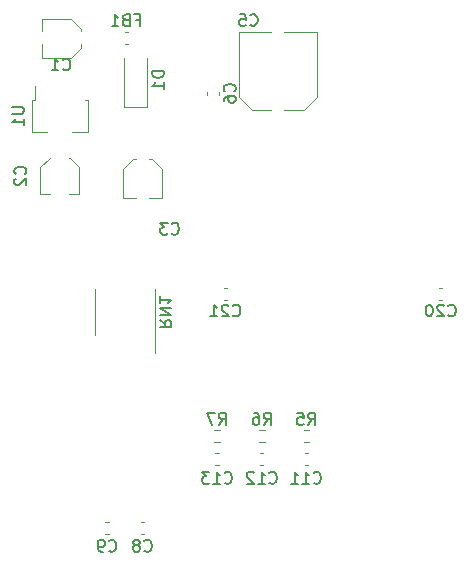
<source format=gbo>
G04 #@! TF.GenerationSoftware,KiCad,Pcbnew,(5.1.10)-1*
G04 #@! TF.CreationDate,2022-02-06T01:46:52+09:00*
G04 #@! TF.ProjectId,Power,506f7765-722e-46b6-9963-61645f706362,rev?*
G04 #@! TF.SameCoordinates,Original*
G04 #@! TF.FileFunction,Legend,Bot*
G04 #@! TF.FilePolarity,Positive*
%FSLAX46Y46*%
G04 Gerber Fmt 4.6, Leading zero omitted, Abs format (unit mm)*
G04 Created by KiCad (PCBNEW (5.1.10)-1) date 2022-02-06 01:46:52*
%MOMM*%
%LPD*%
G01*
G04 APERTURE LIST*
%ADD10C,0.120000*%
%ADD11C,0.150000*%
%ADD12C,1.000000*%
%ADD13R,1.000000X2.000000*%
%ADD14R,2.000000X1.000000*%
%ADD15C,1.200000*%
%ADD16R,1.600000X2.200000*%
%ADD17R,1.000000X3.000000*%
%ADD18R,1.220000X1.150000*%
%ADD19C,1.650000*%
%ADD20C,0.100000*%
%ADD21R,0.900000X1.300000*%
G04 APERTURE END LIST*
D10*
X-4850000Y9150000D02*
X-4850000Y11625000D01*
X-4850000Y11625000D02*
X-5675000Y12450000D01*
X-5675000Y12450000D02*
X-7325000Y12450000D01*
X-7325000Y12450000D02*
X-8150000Y11625000D01*
X-8150000Y11625000D02*
X-8150000Y9150000D01*
X-8150000Y9150000D02*
X-4850000Y9150000D01*
X-15050000Y21000000D02*
X-12575000Y21000000D01*
X-12575000Y21000000D02*
X-11750000Y21825000D01*
X-11750000Y21825000D02*
X-11750000Y23475000D01*
X-11750000Y23475000D02*
X-12575000Y24300000D01*
X-12575000Y24300000D02*
X-15050000Y24300000D01*
X-15050000Y24300000D02*
X-15050000Y21000000D01*
X-15150000Y11750000D02*
X-15150000Y9500000D01*
X-12675000Y12500000D02*
X-14325000Y12500000D01*
X-11850000Y11750000D02*
X-11850000Y9500000D01*
X-14325000Y12500000D02*
X-15150000Y11750000D01*
X-11850000Y11750000D02*
X-12675000Y12500000D01*
X-11850000Y9500000D02*
X-15150000Y9500000D01*
X1700000Y23200000D02*
X8300000Y23200000D01*
X8300000Y23200000D02*
X8300000Y17700000D01*
X8300000Y17700000D02*
X7200000Y16600000D01*
X7200000Y16600000D02*
X2800000Y16600000D01*
X2800000Y16600000D02*
X1700000Y17700000D01*
X1700000Y17700000D02*
X1700000Y23200000D01*
X10000Y17859420D02*
X10000Y18140580D01*
X-1010000Y17859420D02*
X-1010000Y18140580D01*
X-6359420Y-18290000D02*
X-6640580Y-18290000D01*
X-6359420Y-19310000D02*
X-6640580Y-19310000D01*
X-9640580Y-19310000D02*
X-9359420Y-19310000D01*
X-9640580Y-18290000D02*
X-9359420Y-18290000D01*
X7540580Y-12490000D02*
X7259420Y-12490000D01*
X7540580Y-13510000D02*
X7259420Y-13510000D01*
X3740580Y-12490000D02*
X3459420Y-12490000D01*
X3740580Y-13510000D02*
X3459420Y-13510000D01*
X-59420Y-12490000D02*
X-340580Y-12490000D01*
X-59420Y-13510000D02*
X-340580Y-13510000D01*
X18609420Y490000D02*
X18890580Y490000D01*
X18609420Y1510000D02*
X18890580Y1510000D01*
X359420Y490000D02*
X640580Y490000D01*
X359420Y1510000D02*
X640580Y1510000D01*
X-8100000Y16837500D02*
X-8100000Y21000000D01*
X-6100000Y16837500D02*
X-8100000Y16837500D01*
X-6100000Y21000000D02*
X-6100000Y16837500D01*
X-8012779Y22140000D02*
X-7687221Y22140000D01*
X-8012779Y23160000D02*
X-7687221Y23160000D01*
X7162742Y-11522500D02*
X7637258Y-11522500D01*
X7162742Y-10477500D02*
X7637258Y-10477500D01*
X3362742Y-11522500D02*
X3837258Y-11522500D01*
X3362742Y-10477500D02*
X3837258Y-10477500D01*
X-437258Y-11522500D02*
X37258Y-11522500D01*
X-437258Y-10477500D02*
X37258Y-10477500D01*
X-10560000Y-500000D02*
X-10560000Y1450000D01*
X-10560000Y-500000D02*
X-10560000Y-2450000D01*
X-5440000Y-500000D02*
X-5440000Y1450000D01*
X-5440000Y-500000D02*
X-5440000Y-3950000D01*
X-12450000Y14740000D02*
X-11140000Y14740000D01*
X-11140000Y14740000D02*
X-11140000Y17460000D01*
X-15630000Y18600000D02*
X-15630000Y17460000D01*
X-15860000Y14740000D02*
X-14550000Y14740000D01*
X-15860000Y17460000D02*
X-15860000Y14740000D01*
X-15860000Y17460000D02*
X-15630000Y17460000D01*
X-11140000Y17460000D02*
X-11370000Y17460000D01*
D11*
X-4033333Y6142857D02*
X-3985714Y6095238D01*
X-3842857Y6047619D01*
X-3747619Y6047619D01*
X-3604761Y6095238D01*
X-3509523Y6190476D01*
X-3461904Y6285714D01*
X-3414285Y6476190D01*
X-3414285Y6619047D01*
X-3461904Y6809523D01*
X-3509523Y6904761D01*
X-3604761Y7000000D01*
X-3747619Y7047619D01*
X-3842857Y7047619D01*
X-3985714Y7000000D01*
X-4033333Y6952380D01*
X-4366666Y7047619D02*
X-4985714Y7047619D01*
X-4652380Y6666666D01*
X-4795238Y6666666D01*
X-4890476Y6619047D01*
X-4938095Y6571428D01*
X-4985714Y6476190D01*
X-4985714Y6238095D01*
X-4938095Y6142857D01*
X-4890476Y6095238D01*
X-4795238Y6047619D01*
X-4509523Y6047619D01*
X-4414285Y6095238D01*
X-4366666Y6142857D01*
X-13233333Y20042857D02*
X-13185714Y19995238D01*
X-13042857Y19947619D01*
X-12947619Y19947619D01*
X-12804761Y19995238D01*
X-12709523Y20090476D01*
X-12661904Y20185714D01*
X-12614285Y20376190D01*
X-12614285Y20519047D01*
X-12661904Y20709523D01*
X-12709523Y20804761D01*
X-12804761Y20900000D01*
X-12947619Y20947619D01*
X-13042857Y20947619D01*
X-13185714Y20900000D01*
X-13233333Y20852380D01*
X-14185714Y19947619D02*
X-13614285Y19947619D01*
X-13900000Y19947619D02*
X-13900000Y20947619D01*
X-13804761Y20804761D01*
X-13709523Y20709523D01*
X-13614285Y20661904D01*
X-16442857Y11166666D02*
X-16395238Y11214285D01*
X-16347619Y11357142D01*
X-16347619Y11452380D01*
X-16395238Y11595238D01*
X-16490476Y11690476D01*
X-16585714Y11738095D01*
X-16776190Y11785714D01*
X-16919047Y11785714D01*
X-17109523Y11738095D01*
X-17204761Y11690476D01*
X-17300000Y11595238D01*
X-17347619Y11452380D01*
X-17347619Y11357142D01*
X-17300000Y11214285D01*
X-17252380Y11166666D01*
X-17252380Y10785714D02*
X-17300000Y10738095D01*
X-17347619Y10642857D01*
X-17347619Y10404761D01*
X-17300000Y10309523D01*
X-17252380Y10261904D01*
X-17157142Y10214285D01*
X-17061904Y10214285D01*
X-16919047Y10261904D01*
X-16347619Y10833333D01*
X-16347619Y10214285D01*
X2616666Y23792857D02*
X2664285Y23745238D01*
X2807142Y23697619D01*
X2902380Y23697619D01*
X3045238Y23745238D01*
X3140476Y23840476D01*
X3188095Y23935714D01*
X3235714Y24126190D01*
X3235714Y24269047D01*
X3188095Y24459523D01*
X3140476Y24554761D01*
X3045238Y24650000D01*
X2902380Y24697619D01*
X2807142Y24697619D01*
X2664285Y24650000D01*
X2616666Y24602380D01*
X1711904Y24697619D02*
X2188095Y24697619D01*
X2235714Y24221428D01*
X2188095Y24269047D01*
X2092857Y24316666D01*
X1854761Y24316666D01*
X1759523Y24269047D01*
X1711904Y24221428D01*
X1664285Y24126190D01*
X1664285Y23888095D01*
X1711904Y23792857D01*
X1759523Y23745238D01*
X1854761Y23697619D01*
X2092857Y23697619D01*
X2188095Y23745238D01*
X2235714Y23792857D01*
X1287142Y18166666D02*
X1334761Y18214285D01*
X1382380Y18357142D01*
X1382380Y18452380D01*
X1334761Y18595238D01*
X1239523Y18690476D01*
X1144285Y18738095D01*
X953809Y18785714D01*
X810952Y18785714D01*
X620476Y18738095D01*
X525238Y18690476D01*
X430000Y18595238D01*
X382380Y18452380D01*
X382380Y18357142D01*
X430000Y18214285D01*
X477619Y18166666D01*
X382380Y17309523D02*
X382380Y17500000D01*
X430000Y17595238D01*
X477619Y17642857D01*
X620476Y17738095D01*
X810952Y17785714D01*
X1191904Y17785714D01*
X1287142Y17738095D01*
X1334761Y17690476D01*
X1382380Y17595238D01*
X1382380Y17404761D01*
X1334761Y17309523D01*
X1287142Y17261904D01*
X1191904Y17214285D01*
X953809Y17214285D01*
X858571Y17261904D01*
X810952Y17309523D01*
X763333Y17404761D01*
X763333Y17595238D01*
X810952Y17690476D01*
X858571Y17738095D01*
X953809Y17785714D01*
X-6333333Y-20707142D02*
X-6285714Y-20754761D01*
X-6142857Y-20802380D01*
X-6047619Y-20802380D01*
X-5904761Y-20754761D01*
X-5809523Y-20659523D01*
X-5761904Y-20564285D01*
X-5714285Y-20373809D01*
X-5714285Y-20230952D01*
X-5761904Y-20040476D01*
X-5809523Y-19945238D01*
X-5904761Y-19850000D01*
X-6047619Y-19802380D01*
X-6142857Y-19802380D01*
X-6285714Y-19850000D01*
X-6333333Y-19897619D01*
X-6904761Y-20230952D02*
X-6809523Y-20183333D01*
X-6761904Y-20135714D01*
X-6714285Y-20040476D01*
X-6714285Y-19992857D01*
X-6761904Y-19897619D01*
X-6809523Y-19850000D01*
X-6904761Y-19802380D01*
X-7095238Y-19802380D01*
X-7190476Y-19850000D01*
X-7238095Y-19897619D01*
X-7285714Y-19992857D01*
X-7285714Y-20040476D01*
X-7238095Y-20135714D01*
X-7190476Y-20183333D01*
X-7095238Y-20230952D01*
X-6904761Y-20230952D01*
X-6809523Y-20278571D01*
X-6761904Y-20326190D01*
X-6714285Y-20421428D01*
X-6714285Y-20611904D01*
X-6761904Y-20707142D01*
X-6809523Y-20754761D01*
X-6904761Y-20802380D01*
X-7095238Y-20802380D01*
X-7190476Y-20754761D01*
X-7238095Y-20707142D01*
X-7285714Y-20611904D01*
X-7285714Y-20421428D01*
X-7238095Y-20326190D01*
X-7190476Y-20278571D01*
X-7095238Y-20230952D01*
X-9333333Y-20707142D02*
X-9285714Y-20754761D01*
X-9142857Y-20802380D01*
X-9047619Y-20802380D01*
X-8904761Y-20754761D01*
X-8809523Y-20659523D01*
X-8761904Y-20564285D01*
X-8714285Y-20373809D01*
X-8714285Y-20230952D01*
X-8761904Y-20040476D01*
X-8809523Y-19945238D01*
X-8904761Y-19850000D01*
X-9047619Y-19802380D01*
X-9142857Y-19802380D01*
X-9285714Y-19850000D01*
X-9333333Y-19897619D01*
X-9809523Y-20802380D02*
X-10000000Y-20802380D01*
X-10095238Y-20754761D01*
X-10142857Y-20707142D01*
X-10238095Y-20564285D01*
X-10285714Y-20373809D01*
X-10285714Y-19992857D01*
X-10238095Y-19897619D01*
X-10190476Y-19850000D01*
X-10095238Y-19802380D01*
X-9904761Y-19802380D01*
X-9809523Y-19850000D01*
X-9761904Y-19897619D01*
X-9714285Y-19992857D01*
X-9714285Y-20230952D01*
X-9761904Y-20326190D01*
X-9809523Y-20373809D01*
X-9904761Y-20421428D01*
X-10095238Y-20421428D01*
X-10190476Y-20373809D01*
X-10238095Y-20326190D01*
X-10285714Y-20230952D01*
X7992857Y-14957142D02*
X8040476Y-15004761D01*
X8183333Y-15052380D01*
X8278571Y-15052380D01*
X8421428Y-15004761D01*
X8516666Y-14909523D01*
X8564285Y-14814285D01*
X8611904Y-14623809D01*
X8611904Y-14480952D01*
X8564285Y-14290476D01*
X8516666Y-14195238D01*
X8421428Y-14100000D01*
X8278571Y-14052380D01*
X8183333Y-14052380D01*
X8040476Y-14100000D01*
X7992857Y-14147619D01*
X7040476Y-15052380D02*
X7611904Y-15052380D01*
X7326190Y-15052380D02*
X7326190Y-14052380D01*
X7421428Y-14195238D01*
X7516666Y-14290476D01*
X7611904Y-14338095D01*
X6088095Y-15052380D02*
X6659523Y-15052380D01*
X6373809Y-15052380D02*
X6373809Y-14052380D01*
X6469047Y-14195238D01*
X6564285Y-14290476D01*
X6659523Y-14338095D01*
X4242857Y-14957142D02*
X4290476Y-15004761D01*
X4433333Y-15052380D01*
X4528571Y-15052380D01*
X4671428Y-15004761D01*
X4766666Y-14909523D01*
X4814285Y-14814285D01*
X4861904Y-14623809D01*
X4861904Y-14480952D01*
X4814285Y-14290476D01*
X4766666Y-14195238D01*
X4671428Y-14100000D01*
X4528571Y-14052380D01*
X4433333Y-14052380D01*
X4290476Y-14100000D01*
X4242857Y-14147619D01*
X3290476Y-15052380D02*
X3861904Y-15052380D01*
X3576190Y-15052380D02*
X3576190Y-14052380D01*
X3671428Y-14195238D01*
X3766666Y-14290476D01*
X3861904Y-14338095D01*
X2909523Y-14147619D02*
X2861904Y-14100000D01*
X2766666Y-14052380D01*
X2528571Y-14052380D01*
X2433333Y-14100000D01*
X2385714Y-14147619D01*
X2338095Y-14242857D01*
X2338095Y-14338095D01*
X2385714Y-14480952D01*
X2957142Y-15052380D01*
X2338095Y-15052380D01*
X442857Y-14957142D02*
X490476Y-15004761D01*
X633333Y-15052380D01*
X728571Y-15052380D01*
X871428Y-15004761D01*
X966666Y-14909523D01*
X1014285Y-14814285D01*
X1061904Y-14623809D01*
X1061904Y-14480952D01*
X1014285Y-14290476D01*
X966666Y-14195238D01*
X871428Y-14100000D01*
X728571Y-14052380D01*
X633333Y-14052380D01*
X490476Y-14100000D01*
X442857Y-14147619D01*
X-509523Y-15052380D02*
X61904Y-15052380D01*
X-223809Y-15052380D02*
X-223809Y-14052380D01*
X-128571Y-14195238D01*
X-33333Y-14290476D01*
X61904Y-14338095D01*
X-842857Y-14052380D02*
X-1461904Y-14052380D01*
X-1128571Y-14433333D01*
X-1271428Y-14433333D01*
X-1366666Y-14480952D01*
X-1414285Y-14528571D01*
X-1461904Y-14623809D01*
X-1461904Y-14861904D01*
X-1414285Y-14957142D01*
X-1366666Y-15004761D01*
X-1271428Y-15052380D01*
X-985714Y-15052380D01*
X-890476Y-15004761D01*
X-842857Y-14957142D01*
X19392857Y-787142D02*
X19440476Y-834761D01*
X19583333Y-882380D01*
X19678571Y-882380D01*
X19821428Y-834761D01*
X19916666Y-739523D01*
X19964285Y-644285D01*
X20011904Y-453809D01*
X20011904Y-310952D01*
X19964285Y-120476D01*
X19916666Y-25238D01*
X19821428Y70000D01*
X19678571Y117619D01*
X19583333Y117619D01*
X19440476Y70000D01*
X19392857Y22380D01*
X19011904Y22380D02*
X18964285Y70000D01*
X18869047Y117619D01*
X18630952Y117619D01*
X18535714Y70000D01*
X18488095Y22380D01*
X18440476Y-72857D01*
X18440476Y-168095D01*
X18488095Y-310952D01*
X19059523Y-882380D01*
X18440476Y-882380D01*
X17821428Y117619D02*
X17726190Y117619D01*
X17630952Y70000D01*
X17583333Y22380D01*
X17535714Y-72857D01*
X17488095Y-263333D01*
X17488095Y-501428D01*
X17535714Y-691904D01*
X17583333Y-787142D01*
X17630952Y-834761D01*
X17726190Y-882380D01*
X17821428Y-882380D01*
X17916666Y-834761D01*
X17964285Y-787142D01*
X18011904Y-691904D01*
X18059523Y-501428D01*
X18059523Y-263333D01*
X18011904Y-72857D01*
X17964285Y22380D01*
X17916666Y70000D01*
X17821428Y117619D01*
X1142857Y-787142D02*
X1190476Y-834761D01*
X1333333Y-882380D01*
X1428571Y-882380D01*
X1571428Y-834761D01*
X1666666Y-739523D01*
X1714285Y-644285D01*
X1761904Y-453809D01*
X1761904Y-310952D01*
X1714285Y-120476D01*
X1666666Y-25238D01*
X1571428Y70000D01*
X1428571Y117619D01*
X1333333Y117619D01*
X1190476Y70000D01*
X1142857Y22380D01*
X761904Y22380D02*
X714285Y70000D01*
X619047Y117619D01*
X380952Y117619D01*
X285714Y70000D01*
X238095Y22380D01*
X190476Y-72857D01*
X190476Y-168095D01*
X238095Y-310952D01*
X809523Y-882380D01*
X190476Y-882380D01*
X-761904Y-882380D02*
X-190476Y-882380D01*
X-476190Y-882380D02*
X-476190Y117619D01*
X-380952Y-25238D01*
X-285714Y-120476D01*
X-190476Y-168095D01*
X-4697619Y19888095D02*
X-5697619Y19888095D01*
X-5697619Y19650000D01*
X-5650000Y19507142D01*
X-5554761Y19411904D01*
X-5459523Y19364285D01*
X-5269047Y19316666D01*
X-5126190Y19316666D01*
X-4935714Y19364285D01*
X-4840476Y19411904D01*
X-4745238Y19507142D01*
X-4697619Y19650000D01*
X-4697619Y19888095D01*
X-4697619Y18364285D02*
X-4697619Y18935714D01*
X-4697619Y18650000D02*
X-5697619Y18650000D01*
X-5554761Y18745238D01*
X-5459523Y18840476D01*
X-5411904Y18935714D01*
X-7066666Y24221428D02*
X-6733333Y24221428D01*
X-6733333Y23697619D02*
X-6733333Y24697619D01*
X-7209523Y24697619D01*
X-7923809Y24221428D02*
X-8066666Y24173809D01*
X-8114285Y24126190D01*
X-8161904Y24030952D01*
X-8161904Y23888095D01*
X-8114285Y23792857D01*
X-8066666Y23745238D01*
X-7971428Y23697619D01*
X-7590476Y23697619D01*
X-7590476Y24697619D01*
X-7923809Y24697619D01*
X-8019047Y24650000D01*
X-8066666Y24602380D01*
X-8114285Y24507142D01*
X-8114285Y24411904D01*
X-8066666Y24316666D01*
X-8019047Y24269047D01*
X-7923809Y24221428D01*
X-7590476Y24221428D01*
X-9114285Y23697619D02*
X-8542857Y23697619D01*
X-8828571Y23697619D02*
X-8828571Y24697619D01*
X-8733333Y24554761D01*
X-8638095Y24459523D01*
X-8542857Y24411904D01*
X7516666Y-10052380D02*
X7850000Y-9576190D01*
X8088095Y-10052380D02*
X8088095Y-9052380D01*
X7707142Y-9052380D01*
X7611904Y-9100000D01*
X7564285Y-9147619D01*
X7516666Y-9242857D01*
X7516666Y-9385714D01*
X7564285Y-9480952D01*
X7611904Y-9528571D01*
X7707142Y-9576190D01*
X8088095Y-9576190D01*
X6611904Y-9052380D02*
X7088095Y-9052380D01*
X7135714Y-9528571D01*
X7088095Y-9480952D01*
X6992857Y-9433333D01*
X6754761Y-9433333D01*
X6659523Y-9480952D01*
X6611904Y-9528571D01*
X6564285Y-9623809D01*
X6564285Y-9861904D01*
X6611904Y-9957142D01*
X6659523Y-10004761D01*
X6754761Y-10052380D01*
X6992857Y-10052380D01*
X7088095Y-10004761D01*
X7135714Y-9957142D01*
X3766666Y-10052380D02*
X4100000Y-9576190D01*
X4338095Y-10052380D02*
X4338095Y-9052380D01*
X3957142Y-9052380D01*
X3861904Y-9100000D01*
X3814285Y-9147619D01*
X3766666Y-9242857D01*
X3766666Y-9385714D01*
X3814285Y-9480952D01*
X3861904Y-9528571D01*
X3957142Y-9576190D01*
X4338095Y-9576190D01*
X2909523Y-9052380D02*
X3100000Y-9052380D01*
X3195238Y-9100000D01*
X3242857Y-9147619D01*
X3338095Y-9290476D01*
X3385714Y-9480952D01*
X3385714Y-9861904D01*
X3338095Y-9957142D01*
X3290476Y-10004761D01*
X3195238Y-10052380D01*
X3004761Y-10052380D01*
X2909523Y-10004761D01*
X2861904Y-9957142D01*
X2814285Y-9861904D01*
X2814285Y-9623809D01*
X2861904Y-9528571D01*
X2909523Y-9480952D01*
X3004761Y-9433333D01*
X3195238Y-9433333D01*
X3290476Y-9480952D01*
X3338095Y-9528571D01*
X3385714Y-9623809D01*
X-33333Y-10052380D02*
X300000Y-9576190D01*
X538095Y-10052380D02*
X538095Y-9052380D01*
X157142Y-9052380D01*
X61904Y-9100000D01*
X14285Y-9147619D01*
X-33333Y-9242857D01*
X-33333Y-9385714D01*
X14285Y-9480952D01*
X61904Y-9528571D01*
X157142Y-9576190D01*
X538095Y-9576190D01*
X-366666Y-9052380D02*
X-1033333Y-9052380D01*
X-604761Y-10052380D01*
X-5052380Y-1190476D02*
X-4576190Y-1523809D01*
X-5052380Y-1761904D02*
X-4052380Y-1761904D01*
X-4052380Y-1380952D01*
X-4100000Y-1285714D01*
X-4147619Y-1238095D01*
X-4242857Y-1190476D01*
X-4385714Y-1190476D01*
X-4480952Y-1238095D01*
X-4528571Y-1285714D01*
X-4576190Y-1380952D01*
X-4576190Y-1761904D01*
X-5052380Y-761904D02*
X-4052380Y-761904D01*
X-5052380Y-190476D01*
X-4052380Y-190476D01*
X-5052380Y809523D02*
X-5052380Y238095D01*
X-5052380Y523809D02*
X-4052380Y523809D01*
X-4195238Y428571D01*
X-4290476Y333333D01*
X-4338095Y238095D01*
X-17547619Y16861904D02*
X-16738095Y16861904D01*
X-16642857Y16814285D01*
X-16595238Y16766666D01*
X-16547619Y16671428D01*
X-16547619Y16480952D01*
X-16595238Y16385714D01*
X-16642857Y16338095D01*
X-16738095Y16290476D01*
X-17547619Y16290476D01*
X-16547619Y15290476D02*
X-16547619Y15861904D01*
X-16547619Y15576190D02*
X-17547619Y15576190D01*
X-17404761Y15671428D01*
X-17309523Y15766666D01*
X-17261904Y15861904D01*
%LPC*%
D12*
X19900000Y24600000D03*
X16900000Y24600000D03*
D13*
X-6500000Y12200000D03*
X-6500000Y9400000D03*
D14*
X-12000000Y22650000D03*
X-14800000Y22650000D03*
D15*
X30750000Y-3250000D03*
X30750000Y-750000D03*
D16*
X-13500000Y9500000D03*
X-13500000Y12500000D03*
D17*
X5000000Y22900000D03*
X5000000Y16900000D03*
G36*
G01*
X-250000Y18325000D02*
X-750000Y18325000D01*
G75*
G02*
X-975000Y18550000I0J225000D01*
G01*
X-975000Y19000000D01*
G75*
G02*
X-750000Y19225000I225000J0D01*
G01*
X-250000Y19225000D01*
G75*
G02*
X-25000Y19000000I0J-225000D01*
G01*
X-25000Y18550000D01*
G75*
G02*
X-250000Y18325000I-225000J0D01*
G01*
G37*
G36*
G01*
X-250000Y16775000D02*
X-750000Y16775000D01*
G75*
G02*
X-975000Y17000000I0J225000D01*
G01*
X-975000Y17450000D01*
G75*
G02*
X-750000Y17675000I225000J0D01*
G01*
X-250000Y17675000D01*
G75*
G02*
X-25000Y17450000I0J-225000D01*
G01*
X-25000Y17000000D01*
G75*
G02*
X-250000Y16775000I-225000J0D01*
G01*
G37*
G36*
G01*
X-6825000Y-18550000D02*
X-6825000Y-19050000D01*
G75*
G02*
X-7050000Y-19275000I-225000J0D01*
G01*
X-7500000Y-19275000D01*
G75*
G02*
X-7725000Y-19050000I0J225000D01*
G01*
X-7725000Y-18550000D01*
G75*
G02*
X-7500000Y-18325000I225000J0D01*
G01*
X-7050000Y-18325000D01*
G75*
G02*
X-6825000Y-18550000I0J-225000D01*
G01*
G37*
G36*
G01*
X-5275000Y-18550000D02*
X-5275000Y-19050000D01*
G75*
G02*
X-5500000Y-19275000I-225000J0D01*
G01*
X-5950000Y-19275000D01*
G75*
G02*
X-6175000Y-19050000I0J225000D01*
G01*
X-6175000Y-18550000D01*
G75*
G02*
X-5950000Y-18325000I225000J0D01*
G01*
X-5500000Y-18325000D01*
G75*
G02*
X-5275000Y-18550000I0J-225000D01*
G01*
G37*
G36*
G01*
X-9175000Y-19050000D02*
X-9175000Y-18550000D01*
G75*
G02*
X-8950000Y-18325000I225000J0D01*
G01*
X-8500000Y-18325000D01*
G75*
G02*
X-8275000Y-18550000I0J-225000D01*
G01*
X-8275000Y-19050000D01*
G75*
G02*
X-8500000Y-19275000I-225000J0D01*
G01*
X-8950000Y-19275000D01*
G75*
G02*
X-9175000Y-19050000I0J225000D01*
G01*
G37*
G36*
G01*
X-10725000Y-19050000D02*
X-10725000Y-18550000D01*
G75*
G02*
X-10500000Y-18325000I225000J0D01*
G01*
X-10050000Y-18325000D01*
G75*
G02*
X-9825000Y-18550000I0J-225000D01*
G01*
X-9825000Y-19050000D01*
G75*
G02*
X-10050000Y-19275000I-225000J0D01*
G01*
X-10500000Y-19275000D01*
G75*
G02*
X-10725000Y-19050000I0J225000D01*
G01*
G37*
G36*
G01*
X7075000Y-12750000D02*
X7075000Y-13250000D01*
G75*
G02*
X6850000Y-13475000I-225000J0D01*
G01*
X6400000Y-13475000D01*
G75*
G02*
X6175000Y-13250000I0J225000D01*
G01*
X6175000Y-12750000D01*
G75*
G02*
X6400000Y-12525000I225000J0D01*
G01*
X6850000Y-12525000D01*
G75*
G02*
X7075000Y-12750000I0J-225000D01*
G01*
G37*
G36*
G01*
X8625000Y-12750000D02*
X8625000Y-13250000D01*
G75*
G02*
X8400000Y-13475000I-225000J0D01*
G01*
X7950000Y-13475000D01*
G75*
G02*
X7725000Y-13250000I0J225000D01*
G01*
X7725000Y-12750000D01*
G75*
G02*
X7950000Y-12525000I225000J0D01*
G01*
X8400000Y-12525000D01*
G75*
G02*
X8625000Y-12750000I0J-225000D01*
G01*
G37*
G36*
G01*
X3275000Y-12750000D02*
X3275000Y-13250000D01*
G75*
G02*
X3050000Y-13475000I-225000J0D01*
G01*
X2600000Y-13475000D01*
G75*
G02*
X2375000Y-13250000I0J225000D01*
G01*
X2375000Y-12750000D01*
G75*
G02*
X2600000Y-12525000I225000J0D01*
G01*
X3050000Y-12525000D01*
G75*
G02*
X3275000Y-12750000I0J-225000D01*
G01*
G37*
G36*
G01*
X4825000Y-12750000D02*
X4825000Y-13250000D01*
G75*
G02*
X4600000Y-13475000I-225000J0D01*
G01*
X4150000Y-13475000D01*
G75*
G02*
X3925000Y-13250000I0J225000D01*
G01*
X3925000Y-12750000D01*
G75*
G02*
X4150000Y-12525000I225000J0D01*
G01*
X4600000Y-12525000D01*
G75*
G02*
X4825000Y-12750000I0J-225000D01*
G01*
G37*
G36*
G01*
X-525000Y-12750000D02*
X-525000Y-13250000D01*
G75*
G02*
X-750000Y-13475000I-225000J0D01*
G01*
X-1200000Y-13475000D01*
G75*
G02*
X-1425000Y-13250000I0J225000D01*
G01*
X-1425000Y-12750000D01*
G75*
G02*
X-1200000Y-12525000I225000J0D01*
G01*
X-750000Y-12525000D01*
G75*
G02*
X-525000Y-12750000I0J-225000D01*
G01*
G37*
G36*
G01*
X1025000Y-12750000D02*
X1025000Y-13250000D01*
G75*
G02*
X800000Y-13475000I-225000J0D01*
G01*
X350000Y-13475000D01*
G75*
G02*
X125000Y-13250000I0J225000D01*
G01*
X125000Y-12750000D01*
G75*
G02*
X350000Y-12525000I225000J0D01*
G01*
X800000Y-12525000D01*
G75*
G02*
X1025000Y-12750000I0J-225000D01*
G01*
G37*
G36*
G01*
X19075000Y750000D02*
X19075000Y1250000D01*
G75*
G02*
X19300000Y1475000I225000J0D01*
G01*
X19750000Y1475000D01*
G75*
G02*
X19975000Y1250000I0J-225000D01*
G01*
X19975000Y750000D01*
G75*
G02*
X19750000Y525000I-225000J0D01*
G01*
X19300000Y525000D01*
G75*
G02*
X19075000Y750000I0J225000D01*
G01*
G37*
G36*
G01*
X17525000Y750000D02*
X17525000Y1250000D01*
G75*
G02*
X17750000Y1475000I225000J0D01*
G01*
X18200000Y1475000D01*
G75*
G02*
X18425000Y1250000I0J-225000D01*
G01*
X18425000Y750000D01*
G75*
G02*
X18200000Y525000I-225000J0D01*
G01*
X17750000Y525000D01*
G75*
G02*
X17525000Y750000I0J225000D01*
G01*
G37*
G36*
G01*
X825000Y750000D02*
X825000Y1250000D01*
G75*
G02*
X1050000Y1475000I225000J0D01*
G01*
X1500000Y1475000D01*
G75*
G02*
X1725000Y1250000I0J-225000D01*
G01*
X1725000Y750000D01*
G75*
G02*
X1500000Y525000I-225000J0D01*
G01*
X1050000Y525000D01*
G75*
G02*
X825000Y750000I0J225000D01*
G01*
G37*
G36*
G01*
X-725000Y750000D02*
X-725000Y1250000D01*
G75*
G02*
X-500000Y1475000I225000J0D01*
G01*
X-50000Y1475000D01*
G75*
G02*
X175000Y1250000I0J-225000D01*
G01*
X175000Y750000D01*
G75*
G02*
X-50000Y525000I-225000J0D01*
G01*
X-500000Y525000D01*
G75*
G02*
X-725000Y750000I0J225000D01*
G01*
G37*
D18*
X-7100000Y17600000D03*
X-7100000Y20700000D03*
G36*
G01*
X-7500000Y22393750D02*
X-7500000Y22906250D01*
G75*
G02*
X-7281250Y23125000I218750J0D01*
G01*
X-6843750Y23125000D01*
G75*
G02*
X-6625000Y22906250I0J-218750D01*
G01*
X-6625000Y22393750D01*
G75*
G02*
X-6843750Y22175000I-218750J0D01*
G01*
X-7281250Y22175000D01*
G75*
G02*
X-7500000Y22393750I0J218750D01*
G01*
G37*
G36*
G01*
X-9075000Y22393750D02*
X-9075000Y22906250D01*
G75*
G02*
X-8856250Y23125000I218750J0D01*
G01*
X-8418750Y23125000D01*
G75*
G02*
X-8200000Y22906250I0J-218750D01*
G01*
X-8200000Y22393750D01*
G75*
G02*
X-8418750Y22175000I-218750J0D01*
G01*
X-8856250Y22175000D01*
G75*
G02*
X-9075000Y22393750I0J218750D01*
G01*
G37*
D19*
X27550000Y19800000D03*
X25050000Y19800000D03*
D15*
X-23400000Y15000000D03*
X-25900000Y15000000D03*
X-28400000Y15000000D03*
X12500000Y-3250000D03*
X12500000Y-750000D03*
G36*
G01*
X7825000Y-11275000D02*
X7825000Y-10725000D01*
G75*
G02*
X8025000Y-10525000I200000J0D01*
G01*
X8425000Y-10525000D01*
G75*
G02*
X8625000Y-10725000I0J-200000D01*
G01*
X8625000Y-11275000D01*
G75*
G02*
X8425000Y-11475000I-200000J0D01*
G01*
X8025000Y-11475000D01*
G75*
G02*
X7825000Y-11275000I0J200000D01*
G01*
G37*
G36*
G01*
X6175000Y-11275000D02*
X6175000Y-10725000D01*
G75*
G02*
X6375000Y-10525000I200000J0D01*
G01*
X6775000Y-10525000D01*
G75*
G02*
X6975000Y-10725000I0J-200000D01*
G01*
X6975000Y-11275000D01*
G75*
G02*
X6775000Y-11475000I-200000J0D01*
G01*
X6375000Y-11475000D01*
G75*
G02*
X6175000Y-11275000I0J200000D01*
G01*
G37*
G36*
G01*
X4025000Y-11275000D02*
X4025000Y-10725000D01*
G75*
G02*
X4225000Y-10525000I200000J0D01*
G01*
X4625000Y-10525000D01*
G75*
G02*
X4825000Y-10725000I0J-200000D01*
G01*
X4825000Y-11275000D01*
G75*
G02*
X4625000Y-11475000I-200000J0D01*
G01*
X4225000Y-11475000D01*
G75*
G02*
X4025000Y-11275000I0J200000D01*
G01*
G37*
G36*
G01*
X2375000Y-11275000D02*
X2375000Y-10725000D01*
G75*
G02*
X2575000Y-10525000I200000J0D01*
G01*
X2975000Y-10525000D01*
G75*
G02*
X3175000Y-10725000I0J-200000D01*
G01*
X3175000Y-11275000D01*
G75*
G02*
X2975000Y-11475000I-200000J0D01*
G01*
X2575000Y-11475000D01*
G75*
G02*
X2375000Y-11275000I0J200000D01*
G01*
G37*
G36*
G01*
X225000Y-11275000D02*
X225000Y-10725000D01*
G75*
G02*
X425000Y-10525000I200000J0D01*
G01*
X825000Y-10525000D01*
G75*
G02*
X1025000Y-10725000I0J-200000D01*
G01*
X1025000Y-11275000D01*
G75*
G02*
X825000Y-11475000I-200000J0D01*
G01*
X425000Y-11475000D01*
G75*
G02*
X225000Y-11275000I0J200000D01*
G01*
G37*
G36*
G01*
X-1425000Y-11275000D02*
X-1425000Y-10725000D01*
G75*
G02*
X-1225000Y-10525000I200000J0D01*
G01*
X-825000Y-10525000D01*
G75*
G02*
X-625000Y-10725000I0J-200000D01*
G01*
X-625000Y-11275000D01*
G75*
G02*
X-825000Y-11475000I-200000J0D01*
G01*
X-1225000Y-11475000D01*
G75*
G02*
X-1425000Y-11275000I0J200000D01*
G01*
G37*
G36*
G01*
X-5945000Y1000000D02*
X-6245000Y1000000D01*
G75*
G02*
X-6395000Y1150000I0J150000D01*
G01*
X-6395000Y2800000D01*
G75*
G02*
X-6245000Y2950000I150000J0D01*
G01*
X-5945000Y2950000D01*
G75*
G02*
X-5795000Y2800000I0J-150000D01*
G01*
X-5795000Y1150000D01*
G75*
G02*
X-5945000Y1000000I-150000J0D01*
G01*
G37*
G36*
G01*
X-7215000Y1000000D02*
X-7515000Y1000000D01*
G75*
G02*
X-7665000Y1150000I0J150000D01*
G01*
X-7665000Y2800000D01*
G75*
G02*
X-7515000Y2950000I150000J0D01*
G01*
X-7215000Y2950000D01*
G75*
G02*
X-7065000Y2800000I0J-150000D01*
G01*
X-7065000Y1150000D01*
G75*
G02*
X-7215000Y1000000I-150000J0D01*
G01*
G37*
G36*
G01*
X-8485000Y1000000D02*
X-8785000Y1000000D01*
G75*
G02*
X-8935000Y1150000I0J150000D01*
G01*
X-8935000Y2800000D01*
G75*
G02*
X-8785000Y2950000I150000J0D01*
G01*
X-8485000Y2950000D01*
G75*
G02*
X-8335000Y2800000I0J-150000D01*
G01*
X-8335000Y1150000D01*
G75*
G02*
X-8485000Y1000000I-150000J0D01*
G01*
G37*
G36*
G01*
X-9755000Y1000000D02*
X-10055000Y1000000D01*
G75*
G02*
X-10205000Y1150000I0J150000D01*
G01*
X-10205000Y2800000D01*
G75*
G02*
X-10055000Y2950000I150000J0D01*
G01*
X-9755000Y2950000D01*
G75*
G02*
X-9605000Y2800000I0J-150000D01*
G01*
X-9605000Y1150000D01*
G75*
G02*
X-9755000Y1000000I-150000J0D01*
G01*
G37*
G36*
G01*
X-9755000Y-3950000D02*
X-10055000Y-3950000D01*
G75*
G02*
X-10205000Y-3800000I0J150000D01*
G01*
X-10205000Y-2150000D01*
G75*
G02*
X-10055000Y-2000000I150000J0D01*
G01*
X-9755000Y-2000000D01*
G75*
G02*
X-9605000Y-2150000I0J-150000D01*
G01*
X-9605000Y-3800000D01*
G75*
G02*
X-9755000Y-3950000I-150000J0D01*
G01*
G37*
G36*
G01*
X-8485000Y-3950000D02*
X-8785000Y-3950000D01*
G75*
G02*
X-8935000Y-3800000I0J150000D01*
G01*
X-8935000Y-2150000D01*
G75*
G02*
X-8785000Y-2000000I150000J0D01*
G01*
X-8485000Y-2000000D01*
G75*
G02*
X-8335000Y-2150000I0J-150000D01*
G01*
X-8335000Y-3800000D01*
G75*
G02*
X-8485000Y-3950000I-150000J0D01*
G01*
G37*
G36*
G01*
X-7215000Y-3950000D02*
X-7515000Y-3950000D01*
G75*
G02*
X-7665000Y-3800000I0J150000D01*
G01*
X-7665000Y-2150000D01*
G75*
G02*
X-7515000Y-2000000I150000J0D01*
G01*
X-7215000Y-2000000D01*
G75*
G02*
X-7065000Y-2150000I0J-150000D01*
G01*
X-7065000Y-3800000D01*
G75*
G02*
X-7215000Y-3950000I-150000J0D01*
G01*
G37*
G36*
G01*
X-5945000Y-3950000D02*
X-6245000Y-3950000D01*
G75*
G02*
X-6395000Y-3800000I0J150000D01*
G01*
X-6395000Y-2150000D01*
G75*
G02*
X-6245000Y-2000000I150000J0D01*
G01*
X-5945000Y-2000000D01*
G75*
G02*
X-5795000Y-2150000I0J-150000D01*
G01*
X-5795000Y-3800000D01*
G75*
G02*
X-5945000Y-3950000I-150000J0D01*
G01*
G37*
D20*
G36*
X-14366500Y14100000D02*
G01*
X-14366500Y17225000D01*
X-13950000Y17225000D01*
X-13950000Y18700000D01*
X-13050000Y18700000D01*
X-13050000Y17225000D01*
X-12633500Y17225000D01*
X-12633500Y14100000D01*
X-14366500Y14100000D01*
G37*
D21*
X-12000000Y18050000D03*
X-15000000Y18050000D03*
M02*

</source>
